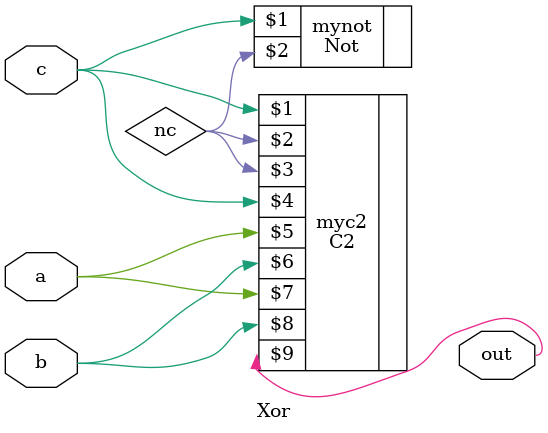
<source format=v>
module Xor(a, b, c, out);input a, b, c;output out;wire nc;Not mynot(c, nc);C2 myc2(c, nc, nc, c, a, b, a, b, out);endmodule

</source>
